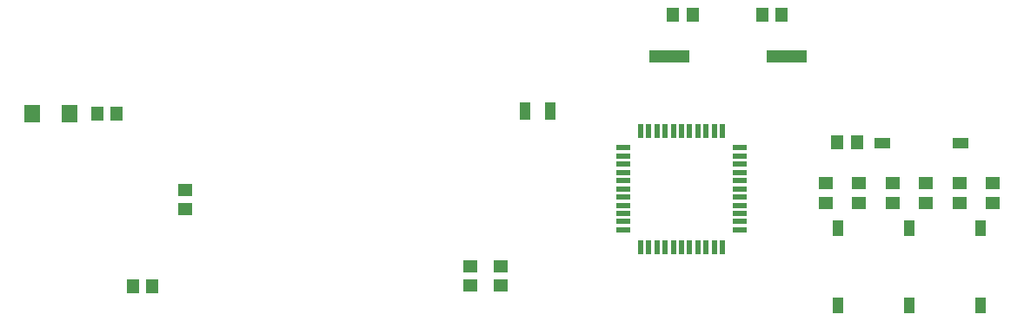
<source format=gtp>
G04*
G04 #@! TF.GenerationSoftware,Altium Limited,Altium Designer,21.0.8 (223)*
G04*
G04 Layer_Color=8421504*
%FSTAX24Y24*%
%MOIN*%
G70*
G04*
G04 #@! TF.SameCoordinates,EDDFCF6A-67A3-46E2-8177-59DA37980891*
G04*
G04*
G04 #@! TF.FilePolarity,Positive*
G04*
G01*
G75*
%ADD22R,0.1575X0.0472*%
%ADD23R,0.0394X0.0709*%
%ADD24R,0.0200X0.0530*%
%ADD25R,0.0530X0.0200*%
%ADD26R,0.0591X0.0394*%
%ADD27R,0.0394X0.0591*%
%ADD28R,0.0472X0.0551*%
%ADD29R,0.0551X0.0472*%
%ADD30R,0.0600X0.0650*%
D22*
X048615Y025856D02*
D03*
X053115D02*
D03*
D23*
X044072Y023759D02*
D03*
X043088D02*
D03*
D24*
X04752Y018533D02*
D03*
X047835D02*
D03*
X04815D02*
D03*
X048465D02*
D03*
X04878D02*
D03*
X049094D02*
D03*
X049409D02*
D03*
X049724D02*
D03*
X050039D02*
D03*
X050354D02*
D03*
X050669D02*
D03*
Y023003D02*
D03*
X050354D02*
D03*
X050039D02*
D03*
X049724D02*
D03*
X049409D02*
D03*
X049094D02*
D03*
X04878D02*
D03*
X048465D02*
D03*
X04815D02*
D03*
X047835D02*
D03*
X04752D02*
D03*
D25*
X051329Y019193D02*
D03*
Y019508D02*
D03*
Y019823D02*
D03*
Y020138D02*
D03*
Y020453D02*
D03*
Y020768D02*
D03*
Y021083D02*
D03*
Y021398D02*
D03*
Y021713D02*
D03*
Y022028D02*
D03*
Y022343D02*
D03*
X046859D02*
D03*
Y022028D02*
D03*
Y021713D02*
D03*
Y021398D02*
D03*
Y021083D02*
D03*
Y020768D02*
D03*
Y020453D02*
D03*
Y020138D02*
D03*
Y019823D02*
D03*
Y019508D02*
D03*
Y019193D02*
D03*
D26*
X059783Y02252D02*
D03*
X056791D02*
D03*
D27*
X055089Y01628D02*
D03*
Y019272D02*
D03*
X057844Y01628D02*
D03*
Y019272D02*
D03*
X060561Y01628D02*
D03*
Y019272D02*
D03*
D28*
X026692Y023656D02*
D03*
X02744D02*
D03*
X028063Y017033D02*
D03*
X028811D02*
D03*
X055817Y022569D02*
D03*
X055069D02*
D03*
X052932Y027458D02*
D03*
X052184D02*
D03*
X048775Y027451D02*
D03*
X049523D02*
D03*
D29*
X055908Y020238D02*
D03*
Y020986D02*
D03*
X057188Y020238D02*
D03*
Y020986D02*
D03*
X059748Y020238D02*
D03*
Y020986D02*
D03*
X042158Y017793D02*
D03*
Y017045D02*
D03*
X041007Y017793D02*
D03*
Y017045D02*
D03*
X054626Y020985D02*
D03*
Y020237D02*
D03*
X058465Y020985D02*
D03*
Y020237D02*
D03*
X061025Y020985D02*
D03*
Y020237D02*
D03*
X030066Y019979D02*
D03*
Y020728D02*
D03*
D30*
X024197Y02367D02*
D03*
X025617D02*
D03*
M02*

</source>
